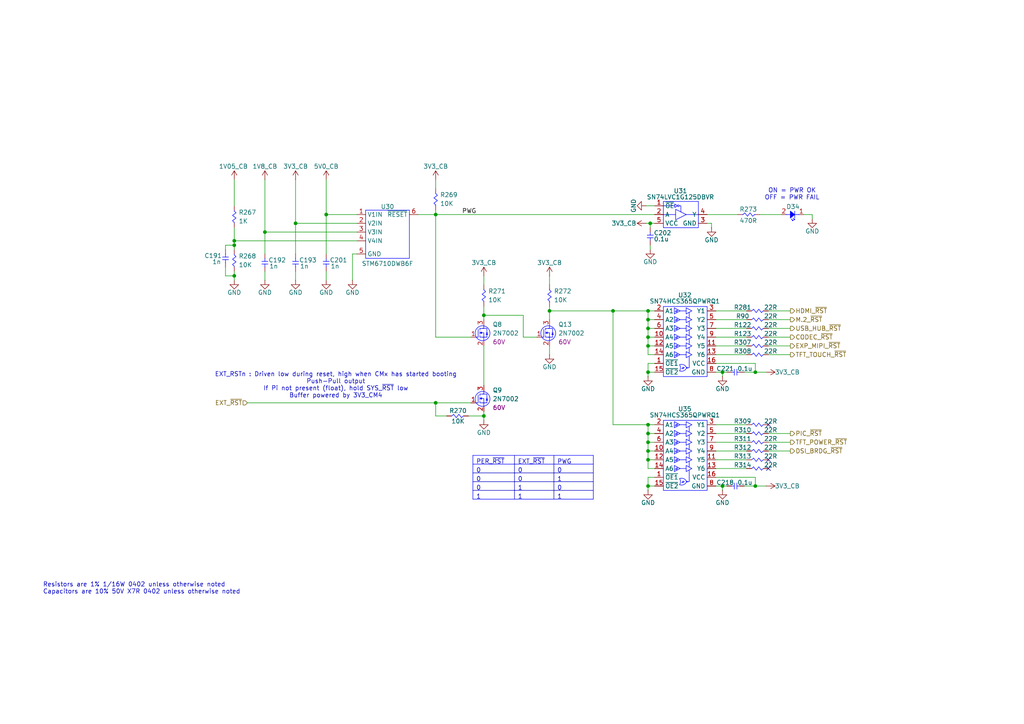
<source format=kicad_sch>
(kicad_sch (version 20250114) (generator "eeschema") (generator_version "9.0")
  (paper "A4")
  (title_block (title "RPI CMx Carrier") (date "2026-01-22") (rev "2.00-0A") (comment 1 "Jean-Francois Bilodeau") (comment 2 "P.Eng #6022173") (comment 3 "203-1690 Rue des quatre-saisons") (comment 4 "Sherbrooke, Canada, J1E0N2") (comment 5 "KiCad Rev 9.0") (comment 6 "Jean-Francois Bilodeau") (comment 7 "Not applicable") (comment 8 "Preliminary") (comment 9 "RPI_CMx_Carrier_2.00-0A_BOM"))
  (text "ON = PWR OK\nOFF = PWR FAIL" (at 229.743 56.388 0) (effects (font (size 1.27 1.27))))
  (text "EXT_RSTn : Driven low during reset, high when CMx has started booting\nPush-Pull output\nIf Pi not present (float), hold SYS_~{RST} low\nBuffer powered by 3V3_CM4" (at 97.409 111.76 0) (effects (font (size 1.27 1.27))))
  (text "Resistors are 1% 1/16W 0402 unless otherwise noted\nCapacitors are 10% 50V X7R 0402 unless otherwise noted" (at 12.446 170.688 0) (effects (font (size 1.27 1.27)) (justify left)))
  (junction (at 187.96 92.71))
  (junction (at 177.8 90.17))
  (junction (at 159.385 90.17))
  (junction (at 187.96 100.33))
  (junction (at 188.595 64.77))
  (junction (at 67.945 69.85))
  (junction (at 187.96 90.17))
  (junction (at 76.835 67.31))
  (junction (at 187.96 128.27))
  (junction (at 187.96 130.81))
  (junction (at 67.945 71.12))
  (junction (at 187.96 140.97))
  (junction (at 209.55 107.95))
  (junction (at 85.725 64.77))
  (junction (at 126.365 116.84))
  (junction (at 67.945 80.01))
  (junction (at 219.075 140.97))
  (junction (at 140.335 91.44))
  (junction (at 209.55 140.97))
  (junction (at 187.96 107.95))
  (junction (at 187.96 133.35))
  (junction (at 187.96 95.25))
  (junction (at 219.075 107.95))
  (junction (at 187.96 123.19))
  (junction (at 94.615 62.23))
  (junction (at 126.365 62.23))
  (junction (at 187.96 97.79))
  (junction (at 187.96 125.73))
  (junction (at 140.335 120.65))
  (no_connect (at 222.885 133.35))
  (no_connect (at 222.885 135.89))
  (no_connect (at 222.885 123.19))
  (wire (pts (xy 187.96 100.33) (xy 189.865 100.33)))
  (wire (pts (xy 222.885 130.81) (xy 229.235 130.81)))
  (wire (pts (xy 126.365 97.79) (xy 136.525 97.79)))
  (wire (pts (xy 159.385 88.9) (xy 159.385 90.17)))
  (wire (pts (xy 207.645 102.87) (xy 216.535 102.87)))
  (wire (pts (xy 136.525 116.84) (xy 126.365 116.84)))
  (wire (pts (xy 71.755 116.84) (xy 126.365 116.84)))
  (wire (pts (xy 187.96 123.19) (xy 187.96 125.73)))
  (wire (pts (xy 188.595 71.12) (xy 188.595 72.39)))
  (wire (pts (xy 67.945 52.07) (xy 67.945 59.69)))
  (wire (pts (xy 76.835 67.31) (xy 103.505 67.31)))
  (wire (pts (xy 187.96 97.79) (xy 187.96 100.33)))
  (wire (pts (xy 187.96 128.27) (xy 189.865 128.27)))
  (wire (pts (xy 222.885 97.79) (xy 229.235 97.79)))
  (wire (pts (xy 159.385 100.33) (xy 159.385 102.87)))
  (wire (pts (xy 94.615 62.23) (xy 94.615 73.66)))
  (wire (pts (xy 85.725 64.77) (xy 103.505 64.77)))
  (wire (pts (xy 67.945 66.04) (xy 67.945 69.85)))
  (wire (pts (xy 207.645 125.73) (xy 216.535 125.73)))
  (wire (pts (xy 126.365 62.23) (xy 126.365 60.96)))
  (wire (pts (xy 207.645 130.81) (xy 216.535 130.81)))
  (wire (pts (xy 187.96 140.97) (xy 189.865 140.97)))
  (wire (pts (xy 187.96 135.89) (xy 189.865 135.89)))
  (wire (pts (xy 187.96 92.71) (xy 187.96 95.25)))
  (wire (pts (xy 126.365 52.07) (xy 126.365 54.61)))
  (wire (pts (xy 177.8 123.19) (xy 187.96 123.19)))
  (wire (pts (xy 187.96 92.71) (xy 189.865 92.71)))
  (wire (pts (xy 188.595 64.77) (xy 188.595 66.04)))
  (wire (pts (xy 220.345 62.23) (xy 226.695 62.23)))
  (wire (pts (xy 126.365 120.65) (xy 129.54 120.65)))
  (wire (pts (xy 140.335 119.38) (xy 140.335 120.65)))
  (wire (pts (xy 207.645 138.43) (xy 219.075 138.43)))
  (wire (pts (xy 65.405 80.01) (xy 67.945 80.01)))
  (wire (pts (xy 187.96 107.95) (xy 187.96 109.22)))
  (wire (pts (xy 65.405 72.39) (xy 65.405 71.12)))
  (wire (pts (xy 140.335 100.33) (xy 140.335 111.76)))
  (wire (pts (xy 187.325 59.69) (xy 189.865 59.69)))
  (wire (pts (xy 121.285 62.23) (xy 126.365 62.23)))
  (wire (pts (xy 187.96 107.95) (xy 189.865 107.95)))
  (wire (pts (xy 207.645 97.79) (xy 216.535 97.79)))
  (wire (pts (xy 140.335 91.44) (xy 151.765 91.44)))
  (wire (pts (xy 159.385 80.01) (xy 159.385 82.55)))
  (wire (pts (xy 67.945 69.85) (xy 67.945 71.12)))
  (wire (pts (xy 67.945 80.01) (xy 67.945 81.28)))
  (wire (pts (xy 207.645 128.27) (xy 216.535 128.27)))
  (wire (pts (xy 76.835 67.31) (xy 76.835 73.66)))
  (wire (pts (xy 76.835 78.74) (xy 76.835 81.28)))
  (wire (pts (xy 67.945 69.85) (xy 103.505 69.85)))
  (wire (pts (xy 207.645 135.89) (xy 216.535 135.89)))
  (wire (pts (xy 126.365 62.23) (xy 189.865 62.23)))
  (wire (pts (xy 67.945 78.74) (xy 67.945 80.01)))
  (wire (pts (xy 215.9 140.97) (xy 219.075 140.97)))
  (wire (pts (xy 219.075 138.43) (xy 219.075 140.97)))
  (wire (pts (xy 187.96 123.19) (xy 189.865 123.19)))
  (wire (pts (xy 67.945 71.12) (xy 67.945 72.39)))
  (wire (pts (xy 187.96 138.43) (xy 187.96 140.97)))
  (wire (pts (xy 76.835 52.07) (xy 76.835 67.31)))
  (wire (pts (xy 140.335 80.01) (xy 140.335 82.55)))
  (wire (pts (xy 207.645 105.41) (xy 219.075 105.41)))
  (wire (pts (xy 187.96 140.97) (xy 187.96 142.24)))
  (wire (pts (xy 187.96 90.17) (xy 189.865 90.17)))
  (wire (pts (xy 94.615 78.74) (xy 94.615 81.28)))
  (wire (pts (xy 187.96 128.27) (xy 187.96 130.81)))
  (wire (pts (xy 187.325 64.77) (xy 188.595 64.77)))
  (wire (pts (xy 102.235 73.66) (xy 102.235 81.28)))
  (wire (pts (xy 103.505 73.66) (xy 102.235 73.66)))
  (wire (pts (xy 126.365 116.84) (xy 126.365 120.65)))
  (wire (pts (xy 222.885 95.25) (xy 229.235 95.25)))
  (wire (pts (xy 187.96 100.33) (xy 187.96 102.87)))
  (wire (pts (xy 206.375 64.77) (xy 206.375 66.04)))
  (wire (pts (xy 207.645 100.33) (xy 216.535 100.33)))
  (wire (pts (xy 187.96 95.25) (xy 187.96 97.79)))
  (wire (pts (xy 209.55 140.97) (xy 209.55 142.24)))
  (wire (pts (xy 103.505 62.23) (xy 94.615 62.23)))
  (wire (pts (xy 222.885 100.33) (xy 229.235 100.33)))
  (wire (pts (xy 205.105 64.77) (xy 206.375 64.77)))
  (wire (pts (xy 65.405 71.12) (xy 67.945 71.12)))
  (wire (pts (xy 187.96 125.73) (xy 187.96 128.27)))
  (wire (pts (xy 222.885 92.71) (xy 229.235 92.71)))
  (wire (pts (xy 187.96 95.25) (xy 189.865 95.25)))
  (wire (pts (xy 126.365 62.23) (xy 126.365 97.79)))
  (wire (pts (xy 140.335 88.9) (xy 140.335 91.44)))
  (wire (pts (xy 159.385 90.17) (xy 159.385 92.71)))
  (wire (pts (xy 187.96 130.81) (xy 189.865 130.81)))
  (wire (pts (xy 207.645 123.19) (xy 216.535 123.19)))
  (wire (pts (xy 207.645 92.71) (xy 216.535 92.71)))
  (wire (pts (xy 187.96 125.73) (xy 189.865 125.73)))
  (wire (pts (xy 215.9 107.95) (xy 219.075 107.95)))
  (wire (pts (xy 187.96 97.79) (xy 189.865 97.79)))
  (wire (pts (xy 187.96 133.35) (xy 189.865 133.35)))
  (wire (pts (xy 187.96 105.41) (xy 187.96 107.95)))
  (wire (pts (xy 159.385 90.17) (xy 177.8 90.17)))
  (wire (pts (xy 187.96 102.87) (xy 189.865 102.87)))
  (wire (pts (xy 177.8 90.17) (xy 187.96 90.17)))
  (wire (pts (xy 94.615 52.07) (xy 94.615 62.23)))
  (wire (pts (xy 209.55 140.97) (xy 207.645 140.97)))
  (wire (pts (xy 187.96 90.17) (xy 187.96 92.71)))
  (wire (pts (xy 222.885 128.27) (xy 229.235 128.27)))
  (wire (pts (xy 219.075 105.41) (xy 219.075 107.95)))
  (wire (pts (xy 235.585 62.23) (xy 235.585 63.5)))
  (wire (pts (xy 209.55 107.95) (xy 207.645 107.95)))
  (wire (pts (xy 222.885 90.17) (xy 229.235 90.17)))
  (wire (pts (xy 151.765 97.79) (xy 151.765 91.44)))
  (wire (pts (xy 187.96 133.35) (xy 187.96 135.89)))
  (wire (pts (xy 207.645 133.35) (xy 216.535 133.35)))
  (wire (pts (xy 222.885 125.73) (xy 229.235 125.73)))
  (wire (pts (xy 233.045 62.23) (xy 235.585 62.23)))
  (wire (pts (xy 207.645 90.17) (xy 216.535 90.17)))
  (wire (pts (xy 209.55 107.95) (xy 210.82 107.95)))
  (wire (pts (xy 219.075 140.97) (xy 222.25 140.97)))
  (wire (pts (xy 140.335 91.44) (xy 140.335 92.71)))
  (wire (pts (xy 155.575 97.79) (xy 151.765 97.79)))
  (wire (pts (xy 85.725 64.77) (xy 85.725 73.66)))
  (wire (pts (xy 135.89 120.65) (xy 140.335 120.65)))
  (wire (pts (xy 65.405 77.47) (xy 65.405 80.01)))
  (wire (pts (xy 177.8 90.17) (xy 177.8 123.19)))
  (wire (pts (xy 187.96 138.43) (xy 189.865 138.43)))
  (wire (pts (xy 207.645 95.25) (xy 216.535 95.25)))
  (wire (pts (xy 140.335 120.65) (xy 140.335 121.92)))
  (wire (pts (xy 187.96 105.41) (xy 189.865 105.41)))
  (wire (pts (xy 205.105 62.23) (xy 213.995 62.23)))
  (wire (pts (xy 219.075 107.95) (xy 222.25 107.95)))
  (wire (pts (xy 85.725 78.74) (xy 85.725 81.28)))
  (wire (pts (xy 209.55 140.97) (xy 210.82 140.97)))
  (wire (pts (xy 209.55 107.95) (xy 209.55 109.22)))
  (wire (pts (xy 222.885 102.87) (xy 229.235 102.87)))
  (wire (pts (xy 187.96 130.81) (xy 187.96 133.35)))
  (wire (pts (xy 85.725 52.07) (xy 85.725 64.77)))
  (wire (pts (xy 188.595 64.77) (xy 189.865 64.77)))
  (table (column_count 3) (border (external yes) (header yes) (stroke (width 0) (color 0 0 255 1))) (separators (rows yes) (cols yes)) (column_widths 12.065 11.43 11.43) (row_heights 2.54 2.54 2.54 2.54 2.54) (cells (table_cell "PER_~{RST}" (at 137.16 132.08 0) (size 12.065 2.54) (margins 0.9525 0.9525 0.9525 0.9525) (span 1 1)) (table_cell "EXT_~{RST}" (at 149.225 132.08 0) (size 11.43 2.54) (margins 0.9525 0.9525 0.9525 0.9525) (span 1 1)) (table_cell "PWG" (at 160.655 132.08 0) (size 11.43 2.54) (margins 0.9525 0.9525 0.9525 0.9525) (span 1 1)) (table_cell "0" (at 137.16 134.62 0) (size 12.065 2.54) (margins 0.9525 0.9525 0.9525 0.9525) (span 1 1)) (table_cell "0" (at 149.225 134.62 0) (size 11.43 2.54) (margins 0.9525 0.9525 0.9525 0.9525) (span 1 1)) (table_cell "0" (at 160.655 134.62 0) (size 11.43 2.54) (margins 0.9525 0.9525 0.9525 0.9525) (span 1 1)) (table_cell "0" (at 137.16 137.16 0) (size 12.065 2.54) (margins 0.9525 0.9525 0.9525 0.9525) (span 1 1)) (table_cell "0" (at 149.225 137.16 0) (size 11.43 2.54) (margins 0.9525 0.9525 0.9525 0.9525) (span 1 1)) (table_cell "1" (at 160.655 137.16 0) (size 11.43 2.54) (margins 0.9525 0.9525 0.9525 0.9525) (span 1 1)) (table_cell "0" (at 137.16 139.7 0) (size 12.065 2.54) (margins 0.9525 0.9525 0.9525 0.9525) (span 1 1)) (table_cell "1" (at 149.225 139.7 0) (size 11.43 2.54) (margins 0.9525 0.9525 0.9525 0.9525) (span 1 1)) (table_cell "0" (at 160.655 139.7 0) (size 11.43 2.54) (margins 0.9525 0.9525 0.9525 0.9525) (span 1 1)) (table_cell "1" (at 137.16 142.24 0) (size 12.065 2.54) (margins 0.9525 0.9525 0.9525 0.9525) (span 1 1)) (table_cell "1" (at 149.225 142.24 0) (size 11.43 2.54) (margins 0.9525 0.9525 0.9525 0.9525) (span 1 1)) (table_cell "1" (at 160.655 142.24 0) (size 11.43 2.54) (margins 0.9525 0.9525 0.9525 0.9525) (span 1 1))))
  (label "PWG" (at 133.985 62.23 0))
  (hierarchical_label "CODEC_~{RST}" (shape output) (at 229.235 97.79 0))
  (hierarchical_label "PIC_~{RST}" (shape output) (at 229.235 125.73 0))
  (hierarchical_label "DSI_BRDG_~{RST}" (shape output) (at 229.235 130.81 0))
  (hierarchical_label "M.2_~{RST}" (shape output) (at 229.235 92.71 0))
  (hierarchical_label "TFT_POWER_~{RST}" (shape output) (at 229.235 128.27 0))
  (hierarchical_label "EXP_MIPI_~{RST}" (shape output) (at 229.235 100.33 0))
  (hierarchical_label "HDMI_~{RST}" (shape output) (at 229.235 90.17 0))
  (hierarchical_label "EXT_~{RST}" (shape input) (at 71.755 116.84 180))
  (hierarchical_label "TFT_TOUCH_~{RST}" (shape output) (at 229.235 102.87 0))
  (hierarchical_label "USB_HUB_~{RST}" (shape output) (at 229.235 95.25 0))
  (symbol (lib_id "KiCad_Pwr_Symbols:GND") (at 206.375 66.04 0) (unit 1)
    (property "Reference" "#PWR0329" (effects (hide yes)))
    (property "Value" "GND" (at 206.375 69.596 0))
    (property "Description" "Power symbol creates a global label with name \"GND\" , ground" (effects (hide yes)))
  )
  (symbol (lib_id "KicadCompDb:Mosfet/MOSFET_00001") (at 155.575 97.79 0) (unit 1)
    (property "Reference" "Q13" (at 161.925 94.1069 0) (effects (justify left)))
    (property "Value" "2N7002" (at 161.925 96.6469 0) (effects (justify left)))
    (property "Footprint" "footprint:SOT-23-3" (effects (hide yes)))
    (property "Datasheet" "https://www.diodes.com/assets/Datasheets/ds11303.pdf" (effects (hide yes)))
    (property "Description" "MOSFET N-CH 60V 115MA SOT23-3" (effects (hide yes)))
    (property "VDS" "60V" (at 161.925 99.1869 0) (effects (justify left)))
    (property "Package" "SOT-23-3" (effects (hide yes)))
    (property "Type" "NFET" (effects (hide yes)))
    (property "I(drain)" "0.115A" (effects (hide yes)))
    (property "VGS(th)" "2.5V" (effects (hide yes)))
    (property "RDS(on)" "7.5Ohm" (effects (hide yes)))
    (property "Power" "0.37W" (effects (hide yes)))
    (property "Operating Temperature" "-55°C ~ 150°C" (effects (hide yes)))
    (property "Dimensions" "2.90mm x 2.40mm" (effects (hide yes)))
    (property "Manufacturer" "Diodes Incorporated" (effects (hide yes)))
    (property "Manufacturer Part Number" "2N7002-7-F" (effects (hide yes)))
    (property "Distributor" "DigiKey" (effects (hide yes)))
    (property "Distributor Part Number" "2N7002-FDICT-ND" (effects (hide yes)))
  )
  (symbol (lib_id "KicadCompDb:Logic/LOGIC_00006") (at 192.405 88.9 0) (unit 1)
    (property "Reference" "U32" (at 198.628 85.598 0))
    (property "Value" "SN74HCS365QPWRQ1" (at 198.628 87.376 0))
    (property "Footprint" "footprint:TSSOP-16-5.8mm" (effects (hide yes)))
    (property "Datasheet" "https://www.ti.com/lit/ds/symlink/sn74hcs365.pdf" (effects (hide yes)))
    (property "Description" "IC BUFFER NON-INVERT 6V 16-TSSOP" (effects (hide yes)))
    (property "Type" "NON INV BUF" (effects (hide yes)))
    (property "Series" "74HCS" (effects (hide yes)))
    (property "Output Type" "TRI-STATE" (effects (hide yes)))
    (property "Elements" "6" (effects (hide yes)))
    (property "Package" "TSSOP16" (effects (hide yes)))
    (property "Output Current" "7.8mA" (effects (hide yes)))
    (property "Supply Voltage" "2.0V ~ 6.0V" (effects (hide yes)))
    (property "Operating Temperature" "-40°C ~ 125°C" (effects (hide yes)))
    (property "Dimensions" "6.4mm x 5.0mm" (effects (hide yes)))
    (property "Manufacturer" "Texas Instruments" (effects (hide yes)))
    (property "Manufacturer Part Number" "SN74HCS365QPWRQ1" (effects (hide yes)))
    (property "Distributor" "DigiKey" (effects (hide yes)))
    (property "Distributor Part Number" "296-SN74HCS365QPWRQ1CT-ND" (effects (hide yes)))
  )
  (symbol (lib_id "KicadCompDb:Resistors/RES_SMT_00013") (at 159.385 87.63 90) (unit 1)
    (property "Reference" "R272" (at 160.655 84.4549 90) (effects (justify right)))
    (property "Value" "10K" (at 160.655 86.9949 90) (effects (justify right)))
    (property "Footprint" "footprint:RES_0402" (effects (hide yes)))
    (property "Datasheet" "https://www.yageogroup.com/content/datasheet/asset/file/PYU-RC_GROUP_51_ROHS_L" (effects (hide yes)))
    (property "Description" "RES 10K OHM 1% 1/16W 0402" (effects (hide yes)))
    (property "Tolerance" "1%" (effects (hide yes)))
    (property "Power" "1/16W" (effects (hide yes)))
    (property "Package" "0402" (effects (hide yes)))
    (property "Manufacturer" "YAGEO" (effects (hide yes)))
    (property "Manufacturer Part Number" "RC0402FR-0710KL" (effects (hide yes)))
    (property "Distributor" "DigiKey" (effects (hide yes)))
    (property "Distributor Part Number" "311-10.0KLRCT-ND" (effects (hide yes)))
    (property "Temperature Coefficient" "±100ppm/°C" (effects (hide yes)))
    (property "Operating Temperature" "-55°C ~ 155°C" (effects (hide yes)))
    (property "Type" "RES SMT" (effects (hide yes)))
    (property "Dimensions" "1.00mm x 0.50mm" (effects (hide yes)))
  )
  (symbol (lib_id "KiCad_Pwr_Symbols:+1V8") (at 140.335 80.01 0) (unit 1)
    (property "Reference" "#PWR0319" (effects (hide yes)))
    (property "Value" "3V3_CB" (at 140.335 76.2 0))
    (property "Description" "Power symbol creates a global label with name \"+1V8\"" (effects (hide yes)))
  )
  (symbol (lib_id "KicadCompDb:Resistors/RES_SMT_00015") (at 217.805 123.19 0) (unit 1)
    (property "Reference" "R309" (at 215.392 122.174 0))
    (property "Value" "22R" (at 223.52 122.174 0))
    (property "Footprint" "footprint:RES_0402" (effects (hide yes)))
    (property "Datasheet" "https://www.yageogroup.com/content/datasheet/asset/file/PYU-RC_GROUP_51_ROHS_L" (effects (hide yes)))
    (property "Description" "RES 22 OHM 1% 1/16W 0402" (effects (hide yes)))
    (property "Tolerance" "1%" (effects (hide yes)))
    (property "Power" "1/16W" (effects (hide yes)))
    (property "Package" "0402" (effects (hide yes)))
    (property "Manufacturer" "YAGEO" (effects (hide yes)))
    (property "Manufacturer Part Number" "RC0402FR-0722RL" (effects (hide yes)))
    (property "Distributor" "DigiKey" (effects (hide yes)))
    (property "Distributor Part Number" "311-22.0LRCT-ND" (effects (hide yes)))
    (property "Temperature Coefficient" "±100ppm/°C" (effects (hide yes)))
    (property "Operating Temperature" "-55°C ~ 155°C" (effects (hide yes)))
    (property "Type" "RES SMT" (effects (hide yes)))
    (property "Dimensions" "1.00mm x 0.50mm" (effects (hide yes)))
  )
  (symbol (lib_id "KicadCompDb:Capacitors/CAP_CER_SMT_00005") (at 76.835 78.74 90) (unit 1)
    (property "Reference" "C192" (at 77.851 75.438 90) (effects (justify right)))
    (property "Value" "1n" (at 78.105 77.216 90) (effects (justify right)))
    (property "Footprint" "footprint:CAP_NONPOL_0402" (effects (hide yes)))
    (property "Datasheet" "https://search.murata.co.jp/Ceramy/image/img/A01X/G101/ENG/GRM1555C1H102JA01-01.pdf" (effects (hide yes)))
    (property "Description" "CAP CER 1000PF 50V C0G/NP0 0402" (effects (hide yes)))
    (property "Tolerance" "±5%" (effects (hide yes)))
    (property "Dielectric" "C0G" (effects (hide yes)))
    (property "Package" "0402" (effects (hide yes)))
    (property "Operating Temperature" "-55°C ~ 125°C" (effects (hide yes)))
    (property "Voltage Rating" "50V" (effects (hide yes)))
    (property "Manufacturer" "Murata Electronics" (effects (hide yes)))
    (property "Manufacturer Part Number" "GRM1555C1H102JA01D" (effects (hide yes)))
    (property "Distributor" "DigiKey" (effects (hide yes)))
    (property "Distributor Part Number" "490-3244-1-ND" (effects (hide yes)))
    (property "Type" "CER SMT" (effects (hide yes)))
    (property "Dimensions" "1.00mm x 0.50mm" (effects (hide yes)))
  )
  (symbol (lib_id "KicadCompDb:Logic/LOGIC_00001") (at 192.405 58.42 0) (unit 1)
    (property "Reference" "U31" (at 197.358 55.372 0))
    (property "Value" "SN74LVC1G125DBVR" (at 197.358 57.15 0))
    (property "Footprint" "footprint:SOT-23-5" (effects (hide yes)))
    (property "Datasheet" "https://www.ti.com/general/docs/suppproductinfo.tsp?distId=10&gotoUrl=https%3A%2F%2Fwww.ti.com%2Flit%2Fgpn%2Fsn74lvc1g125" (effects (hide yes)))
    (property "Description" "IC BUFF NON-INVERT 5.5V SOT-23-5" (effects (hide yes)))
    (property "Type" "NON INV BUF" (effects (hide yes)))
    (property "Series" "74LVC" (effects (hide yes)))
    (property "Output Type" "TRI-STATE" (effects (hide yes)))
    (property "Elements" "1" (effects (hide yes)))
    (property "Package" "SOT-23-5" (effects (hide yes)))
    (property "Output Current" "32mA" (effects (hide yes)))
    (property "Supply Voltage" "1.65V ~ 5.5V" (effects (hide yes)))
    (property "Operating Temperature" "-40°C ~ 125°C" (effects (hide yes)))
    (property "Dimensions" "2.90mm x 2.80mm" (effects (hide yes)))
    (property "Manufacturer" "Texas Instruments" (effects (hide yes)))
    (property "Manufacturer Part Number" "SN74LVC1G125DBVR" (effects (hide yes)))
    (property "Distributor" "DigiKey" (effects (hide yes)))
    (property "Distributor Part Number" "296-11603-1-ND" (effects (hide yes)))
  )
  (symbol (lib_id "KicadCompDb:Resistors/RES_SMT_00004") (at 67.945 64.77 90) (unit 1)
    (property "Reference" "R267" (at 69.215 61.5949 90) (effects (justify right)))
    (property "Value" "1K" (at 69.215 64.1349 90) (effects (justify right)))
    (property "Footprint" "footprint:RES_0402" (effects (hide yes)))
    (property "Datasheet" "https://www.yageogroup.com/content/datasheet/asset/file/PYU-RC_GROUP_51_ROHS_L" (effects (hide yes)))
    (property "Description" "RES 1K OHM 1% 1/16W 0402" (effects (hide yes)))
    (property "Tolerance" "1%" (effects (hide yes)))
    (property "Power" "1/16W" (effects (hide yes)))
    (property "Package" "0402" (effects (hide yes)))
    (property "Manufacturer" "YAGEO" (effects (hide yes)))
    (property "Manufacturer Part Number" "RC0402FR-071KL" (effects (hide yes)))
    (property "Distributor" "DigiKey" (effects (hide yes)))
    (property "Distributor Part Number" "311-1.00KLRCT-ND" (effects (hide yes)))
    (property "Temperature Coefficient" "±100ppm/°C" (effects (hide yes)))
    (property "Operating Temperature" "-55°C ~ 155°C" (effects (hide yes)))
    (property "Type" "RES SMT" (effects (hide yes)))
    (property "Dimensions" "1.00mm x 0.50mm" (effects (hide yes)))
  )
  (symbol (lib_id "KiCad_Pwr_Symbols:+1V8") (at 222.25 107.95 270) (mirror x) (unit 1)
    (property "Reference" "#PWR0326" (effects (hide yes)))
    (property "Value" "3V3_CB" (at 228.346 107.95 90))
    (property "Description" "Power symbol creates a global label with name \"+1V8\"" (effects (hide yes)))
  )
  (symbol (lib_id "KiCad_Pwr_Symbols:GND") (at 209.55 109.22 0) (mirror y) (unit 1)
    (property "Reference" "#PWR0349" (effects (hide yes)))
    (property "Value" "GND" (at 209.55 112.776 0))
    (property "Description" "Power symbol creates a global label with name \"GND\" , ground" (effects (hide yes)))
  )
  (symbol (lib_id "KiCad_Pwr_Symbols:GND") (at 67.945 81.28 0) (unit 1)
    (property "Reference" "#PWR0301" (effects (hide yes)))
    (property "Value" "GND" (at 67.945 84.836 0))
    (property "Description" "Power symbol creates a global label with name \"GND\" , ground" (effects (hide yes)))
  )
  (symbol (lib_id "KicadCompDb:Resistors/RES_SMT_00015") (at 217.805 95.25 0) (unit 1)
    (property "Reference" "R122" (at 215.392 94.234 0))
    (property "Value" "22R" (at 223.52 94.234 0))
    (property "Footprint" "footprint:RES_0402" (effects (hide yes)))
    (property "Datasheet" "https://www.yageogroup.com/content/datasheet/asset/file/PYU-RC_GROUP_51_ROHS_L" (effects (hide yes)))
    (property "Description" "RES 22 OHM 1% 1/16W 0402" (effects (hide yes)))
    (property "Tolerance" "1%" (effects (hide yes)))
    (property "Power" "1/16W" (effects (hide yes)))
    (property "Package" "0402" (effects (hide yes)))
    (property "Manufacturer" "YAGEO" (effects (hide yes)))
    (property "Manufacturer Part Number" "RC0402FR-0722RL" (effects (hide yes)))
    (property "Distributor" "DigiKey" (effects (hide yes)))
    (property "Distributor Part Number" "311-22.0LRCT-ND" (effects (hide yes)))
    (property "Temperature Coefficient" "±100ppm/°C" (effects (hide yes)))
    (property "Operating Temperature" "-55°C ~ 155°C" (effects (hide yes)))
    (property "Type" "RES SMT" (effects (hide yes)))
    (property "Dimensions" "1.00mm x 0.50mm" (effects (hide yes)))
  )
  (symbol (lib_id "KicadCompDb:Resistors/RES_SMT_00015") (at 217.805 92.71 0) (unit 1)
    (property "Reference" "R90" (at 215.392 91.694 0))
    (property "Value" "22R" (at 223.52 91.694 0))
    (property "Footprint" "footprint:RES_0402" (effects (hide yes)))
    (property "Datasheet" "https://www.yageogroup.com/content/datasheet/asset/file/PYU-RC_GROUP_51_ROHS_L" (effects (hide yes)))
    (property "Description" "RES 22 OHM 1% 1/16W 0402" (effects (hide yes)))
    (property "Tolerance" "1%" (effects (hide yes)))
    (property "Power" "1/16W" (effects (hide yes)))
    (property "Package" "0402" (effects (hide yes)))
    (property "Manufacturer" "YAGEO" (effects (hide yes)))
    (property "Manufacturer Part Number" "RC0402FR-0722RL" (effects (hide yes)))
    (property "Distributor" "DigiKey" (effects (hide yes)))
    (property "Distributor Part Number" "311-22.0LRCT-ND" (effects (hide yes)))
    (property "Temperature Coefficient" "±100ppm/°C" (effects (hide yes)))
    (property "Operating Temperature" "-55°C ~ 155°C" (effects (hide yes)))
    (property "Type" "RES SMT" (effects (hide yes)))
    (property "Dimensions" "1.00mm x 0.50mm" (effects (hide yes)))
  )
  (symbol (lib_id "KicadCompDb:Resistors/RES_SMT_00015") (at 217.805 102.87 0) (unit 1)
    (property "Reference" "R308" (at 215.392 101.854 0))
    (property "Value" "22R" (at 223.52 101.854 0))
    (property "Footprint" "footprint:RES_0402" (effects (hide yes)))
    (property "Datasheet" "https://www.yageogroup.com/content/datasheet/asset/file/PYU-RC_GROUP_51_ROHS_L" (effects (hide yes)))
    (property "Description" "RES 22 OHM 1% 1/16W 0402" (effects (hide yes)))
    (property "Tolerance" "1%" (effects (hide yes)))
    (property "Power" "1/16W" (effects (hide yes)))
    (property "Package" "0402" (effects (hide yes)))
    (property "Manufacturer" "YAGEO" (effects (hide yes)))
    (property "Manufacturer Part Number" "RC0402FR-0722RL" (effects (hide yes)))
    (property "Distributor" "DigiKey" (effects (hide yes)))
    (property "Distributor Part Number" "311-22.0LRCT-ND" (effects (hide yes)))
    (property "Temperature Coefficient" "±100ppm/°C" (effects (hide yes)))
    (property "Operating Temperature" "-55°C ~ 155°C" (effects (hide yes)))
    (property "Type" "RES SMT" (effects (hide yes)))
    (property "Dimensions" "1.00mm x 0.50mm" (effects (hide yes)))
  )
  (symbol (lib_id "KicadCompDb:Capacitors/CAP_CER_SMT_00001") (at 215.9 107.95 180) (unit 1)
    (property "Reference" "C221" (at 207.772 106.934 0) (effects (justify right)))
    (property "Value" "0.1u" (at 213.868 106.934 0) (effects (justify right)))
    (property "Footprint" "footprint:CAP_NONPOL_0402" (effects (hide yes)))
    (property "Datasheet" "https://search.murata.co.jp/Ceramy/image/img/A01X/G101/ENG/GRM155R71H104KE14-01.pdf" (effects (hide yes)))
    (property "Description" "CAP CER 0.1UF 50V X7R 0402" (effects (hide yes)))
    (property "Tolerance" "±10%" (effects (hide yes)))
    (property "Dielectric" "X7R" (effects (hide yes)))
    (property "Package" "0402" (effects (hide yes)))
    (property "Operating Temperature" "-55°C ~ 125°C" (effects (hide yes)))
    (property "Voltage Rating" "50V" (effects (hide yes)))
    (property "Manufacturer" "Murata Electronics" (effects (hide yes)))
    (property "Manufacturer Part Number" "GRM155R71H104KE14D" (effects (hide yes)))
    (property "Distributor" "DigiKey" (effects (hide yes)))
    (property "Distributor Part Number" "490-10700-1-ND" (effects (hide yes)))
    (property "Type" "CER SMT" (effects (hide yes)))
    (property "Dimensions" "1.00mm x 0.50mm" (effects (hide yes)))
  )
  (symbol (lib_id "KicadCompDb:Mosfet/MOSFET_00001") (at 136.525 97.79 0) (unit 1)
    (property "Reference" "Q8" (at 142.875 94.1069 0) (effects (justify left)))
    (property "Value" "2N7002" (at 142.875 96.6469 0) (effects (justify left)))
    (property "Footprint" "footprint:SOT-23-3" (effects (hide yes)))
    (property "Datasheet" "https://www.diodes.com/assets/Datasheets/ds11303.pdf" (effects (hide yes)))
    (property "Description" "MOSFET N-CH 60V 115MA SOT23-3" (effects (hide yes)))
    (property "VDS" "60V" (at 142.875 99.1869 0) (effects (justify left)))
    (property "Package" "SOT-23-3" (effects (hide yes)))
    (property "Type" "NFET" (effects (hide yes)))
    (property "I(drain)" "0.115A" (effects (hide yes)))
    (property "VGS(th)" "2.5V" (effects (hide yes)))
    (property "RDS(on)" "7.5Ohm" (effects (hide yes)))
    (property "Power" "0.37W" (effects (hide yes)))
    (property "Operating Temperature" "-55°C ~ 150°C" (effects (hide yes)))
    (property "Dimensions" "2.90mm x 2.40mm" (effects (hide yes)))
    (property "Manufacturer" "Diodes Incorporated" (effects (hide yes)))
    (property "Manufacturer Part Number" "2N7002-7-F" (effects (hide yes)))
    (property "Distributor" "DigiKey" (effects (hide yes)))
    (property "Distributor Part Number" "2N7002-FDICT-ND" (effects (hide yes)))
  )
  (symbol (lib_id "KiCad_Pwr_Symbols:+1V8") (at 76.835 52.07 0) (unit 1)
    (property "Reference" "#PWR0302" (effects (hide yes)))
    (property "Value" "1V8_CB" (at 76.835 48.26 0))
    (property "Description" "Power symbol creates a global label with name \"+1V8\"" (effects (hide yes)))
  )
  (symbol (lib_id "KiCad_Pwr_Symbols:GND") (at 187.96 142.24 0) (unit 1)
    (property "Reference" "#PWR0328" (effects (hide yes)))
    (property "Value" "GND" (at 187.96 145.796 0))
    (property "Description" "Power symbol creates a global label with name \"GND\" , ground" (effects (hide yes)))
  )
  (symbol (lib_id "KiCad_Pwr_Symbols:GND") (at 102.235 81.28 0) (unit 1)
    (property "Reference" "#PWR0317" (effects (hide yes)))
    (property "Value" "GND" (at 102.235 84.836 0))
    (property "Description" "Power symbol creates a global label with name \"GND\" , ground" (effects (hide yes)))
  )
  (symbol (lib_id "KicadCompDb:Capacitors/CAP_CER_SMT_00005") (at 94.615 78.74 90) (unit 1)
    (property "Reference" "C201" (at 95.631 75.438 90) (effects (justify right)))
    (property "Value" "1n" (at 95.885 77.216 90) (effects (justify right)))
    (property "Footprint" "footprint:CAP_NONPOL_0402" (effects (hide yes)))
    (property "Datasheet" "https://search.murata.co.jp/Ceramy/image/img/A01X/G101/ENG/GRM1555C1H102JA01-01.pdf" (effects (hide yes)))
    (property "Description" "CAP CER 1000PF 50V C0G/NP0 0402" (effects (hide yes)))
    (property "Tolerance" "±5%" (effects (hide yes)))
    (property "Dielectric" "C0G" (effects (hide yes)))
    (property "Package" "0402" (effects (hide yes)))
    (property "Operating Temperature" "-55°C ~ 125°C" (effects (hide yes)))
    (property "Voltage Rating" "50V" (effects (hide yes)))
    (property "Manufacturer" "Murata Electronics" (effects (hide yes)))
    (property "Manufacturer Part Number" "GRM1555C1H102JA01D" (effects (hide yes)))
    (property "Distributor" "DigiKey" (effects (hide yes)))
    (property "Distributor Part Number" "490-3244-1-ND" (effects (hide yes)))
    (property "Type" "CER SMT" (effects (hide yes)))
    (property "Dimensions" "1.00mm x 0.50mm" (effects (hide yes)))
  )
  (symbol (lib_id "KicadCompDb:Logic/LOGIC_00006") (at 192.405 121.92 0) (unit 1)
    (property "Reference" "U35" (at 198.628 118.618 0))
    (property "Value" "SN74HCS365QPWRQ1" (at 198.628 120.396 0))
    (property "Footprint" "footprint:TSSOP-16-5.8mm" (effects (hide yes)))
    (property "Datasheet" "https://www.ti.com/lit/ds/symlink/sn74hcs365.pdf" (effects (hide yes)))
    (property "Description" "IC BUFFER NON-INVERT 6V 16-TSSOP" (effects (hide yes)))
    (property "Type" "NON INV BUF" (effects (hide yes)))
    (property "Series" "74HCS" (effects (hide yes)))
    (property "Output Type" "TRI-STATE" (effects (hide yes)))
    (property "Elements" "6" (effects (hide yes)))
    (property "Package" "TSSOP16" (effects (hide yes)))
    (property "Output Current" "7.8mA" (effects (hide yes)))
    (property "Supply Voltage" "2.0V ~ 6.0V" (effects (hide yes)))
    (property "Operating Temperature" "-40°C ~ 125°C" (effects (hide yes)))
    (property "Dimensions" "6.4mm x 5.0mm" (effects (hide yes)))
    (property "Manufacturer" "Texas Instruments" (effects (hide yes)))
    (property "Manufacturer Part Number" "SN74HCS365QPWRQ1" (effects (hide yes)))
    (property "Distributor" "DigiKey" (effects (hide yes)))
    (property "Distributor Part Number" "296-SN74HCS365QPWRQ1CT-ND" (effects (hide yes)))
  )
  (symbol (lib_id "KicadCompDb:Resistors/RES_SMT_00019") (at 215.265 62.23 0) (unit 1)
    (property "Reference" "R273" (at 217.043 60.706 0))
    (property "Value" "470R" (at 217.043 64.008 0))
    (property "Footprint" "footprint:RES_0402" (effects (hide yes)))
    (property "Datasheet" "https://www.yageogroup.com/content/datasheet/asset/file/PYU-RC_GROUP_51_ROHS_L" (effects (hide yes)))
    (property "Description" "RES 470 OHM 1% 1/16W 0402" (effects (hide yes)))
    (property "Tolerance" "1%" (effects (hide yes)))
    (property "Power" "1/16W" (effects (hide yes)))
    (property "Package" "0402" (effects (hide yes)))
    (property "Manufacturer" "YAGEO" (effects (hide yes)))
    (property "Manufacturer Part Number" "RC0402FR-07470RL" (effects (hide yes)))
    (property "Distributor" "DigiKey" (effects (hide yes)))
    (property "Distributor Part Number" "311-470LRCT-ND" (effects (hide yes)))
    (property "Temperature Coefficient" "±100ppm/°C" (effects (hide yes)))
    (property "Operating Temperature" "-55°C ~ 155°C" (effects (hide yes)))
    (property "Type" "RES SMT" (effects (hide yes)))
    (property "Dimensions" "1.00mm x 0.50mm" (effects (hide yes)))
  )
  (symbol (lib_id "KiCad_Pwr_Symbols:+1V8") (at 67.945 52.07 0) (unit 1)
    (property "Reference" "#PWR0300" (effects (hide yes)))
    (property "Value" "1V05_CB" (at 67.691 48.26 0))
    (property "Description" "Power symbol creates a global label with name \"+1V8\"" (effects (hide yes)))
  )
  (symbol (lib_id "KiCad_Pwr_Symbols:GND") (at 140.335 121.92 0) (unit 1)
    (property "Reference" "#PWR0320" (effects (hide yes)))
    (property "Value" "GND" (at 140.335 125.476 0))
    (property "Description" "Power symbol creates a global label with name \"GND\" , ground" (effects (hide yes)))
  )
  (symbol (lib_id "KicadCompDb:Resistors/RES_SMT_00013") (at 67.945 77.47 90) (unit 1)
    (property "Reference" "R268" (at 69.215 74.2949 90) (effects (justify right)))
    (property "Value" "10K" (at 69.215 76.8349 90) (effects (justify right)))
    (property "Footprint" "footprint:RES_0402" (effects (hide yes)))
    (property "Datasheet" "https://www.yageogroup.com/content/datasheet/asset/file/PYU-RC_GROUP_51_ROHS_L" (effects (hide yes)))
    (property "Description" "RES 10K OHM 1% 1/16W 0402" (effects (hide yes)))
    (property "Tolerance" "1%" (effects (hide yes)))
    (property "Power" "1/16W" (effects (hide yes)))
    (property "Package" "0402" (effects (hide yes)))
    (property "Manufacturer" "YAGEO" (effects (hide yes)))
    (property "Manufacturer Part Number" "RC0402FR-0710KL" (effects (hide yes)))
    (property "Distributor" "DigiKey" (effects (hide yes)))
    (property "Distributor Part Number" "311-10.0KLRCT-ND" (effects (hide yes)))
    (property "Temperature Coefficient" "±100ppm/°C" (effects (hide yes)))
    (property "Operating Temperature" "-55°C ~ 155°C" (effects (hide yes)))
    (property "Type" "RES SMT" (effects (hide yes)))
    (property "Dimensions" "1.00mm x 0.50mm" (effects (hide yes)))
  )
  (symbol (lib_id "KicadCompDb:Resistors/RES_SMT_00015") (at 217.805 128.27 0) (unit 1)
    (property "Reference" "R311" (at 215.392 127.254 0))
    (property "Value" "22R" (at 223.52 127.254 0))
    (property "Footprint" "footprint:RES_0402" (effects (hide yes)))
    (property "Datasheet" "https://www.yageogroup.com/content/datasheet/asset/file/PYU-RC_GROUP_51_ROHS_L" (effects (hide yes)))
    (property "Description" "RES 22 OHM 1% 1/16W 0402" (effects (hide yes)))
    (property "Tolerance" "1%" (effects (hide yes)))
    (property "Power" "1/16W" (effects (hide yes)))
    (property "Package" "0402" (effects (hide yes)))
    (property "Manufacturer" "YAGEO" (effects (hide yes)))
    (property "Manufacturer Part Number" "RC0402FR-0722RL" (effects (hide yes)))
    (property "Distributor" "DigiKey" (effects (hide yes)))
    (property "Distributor Part Number" "311-22.0LRCT-ND" (effects (hide yes)))
    (property "Temperature Coefficient" "±100ppm/°C" (effects (hide yes)))
    (property "Operating Temperature" "-55°C ~ 155°C" (effects (hide yes)))
    (property "Type" "RES SMT" (effects (hide yes)))
    (property "Dimensions" "1.00mm x 0.50mm" (effects (hide yes)))
  )
  (symbol (lib_id "KicadCompDb:Resistors/RES_SMT_00013") (at 140.335 87.63 90) (unit 1)
    (property "Reference" "R271" (at 141.605 84.4549 90) (effects (justify right)))
    (property "Value" "10K" (at 141.605 86.9949 90) (effects (justify right)))
    (property "Footprint" "footprint:RES_0402" (effects (hide yes)))
    (property "Datasheet" "https://www.yageogroup.com/content/datasheet/asset/file/PYU-RC_GROUP_51_ROHS_L" (effects (hide yes)))
    (property "Description" "RES 10K OHM 1% 1/16W 0402" (effects (hide yes)))
    (property "Tolerance" "1%" (effects (hide yes)))
    (property "Power" "1/16W" (effects (hide yes)))
    (property "Package" "0402" (effects (hide yes)))
    (property "Manufacturer" "YAGEO" (effects (hide yes)))
    (property "Manufacturer Part Number" "RC0402FR-0710KL" (effects (hide yes)))
    (property "Distributor" "DigiKey" (effects (hide yes)))
    (property "Distributor Part Number" "311-10.0KLRCT-ND" (effects (hide yes)))
    (property "Temperature Coefficient" "±100ppm/°C" (effects (hide yes)))
    (property "Operating Temperature" "-55°C ~ 155°C" (effects (hide yes)))
    (property "Type" "RES SMT" (effects (hide yes)))
    (property "Dimensions" "1.00mm x 0.50mm" (effects (hide yes)))
  )
  (symbol (lib_id "KicadCompDb:Resistors/RES_SMT_00015") (at 217.805 100.33 0) (unit 1)
    (property "Reference" "R307" (at 215.392 99.314 0))
    (property "Value" "22R" (at 223.52 99.314 0))
    (property "Footprint" "footprint:RES_0402" (effects (hide yes)))
    (property "Datasheet" "https://www.yageogroup.com/content/datasheet/asset/file/PYU-RC_GROUP_51_ROHS_L" (effects (hide yes)))
    (property "Description" "RES 22 OHM 1% 1/16W 0402" (effects (hide yes)))
    (property "Tolerance" "1%" (effects (hide yes)))
    (property "Power" "1/16W" (effects (hide yes)))
    (property "Package" "0402" (effects (hide yes)))
    (property "Manufacturer" "YAGEO" (effects (hide yes)))
    (property "Manufacturer Part Number" "RC0402FR-0722RL" (effects (hide yes)))
    (property "Distributor" "DigiKey" (effects (hide yes)))
    (property "Distributor Part Number" "311-22.0LRCT-ND" (effects (hide yes)))
    (property "Temperature Coefficient" "±100ppm/°C" (effects (hide yes)))
    (property "Operating Temperature" "-55°C ~ 155°C" (effects (hide yes)))
    (property "Type" "RES SMT" (effects (hide yes)))
    (property "Dimensions" "1.00mm x 0.50mm" (effects (hide yes)))
  )
  (symbol (lib_id "KicadCompDb:Capacitors/CAP_CER_SMT_00005") (at 65.405 77.47 270) (mirror x) (unit 1)
    (property "Reference" "C191" (at 64.389 74.168 90) (effects (justify right)))
    (property "Value" "1n" (at 64.135 75.946 90) (effects (justify right)))
    (property "Footprint" "footprint:CAP_NONPOL_0402" (effects (hide yes)))
    (property "Datasheet" "https://search.murata.co.jp/Ceramy/image/img/A01X/G101/ENG/GRM1555C1H102JA01-01.pdf" (effects (hide yes)))
    (property "Description" "CAP CER 1000PF 50V C0G/NP0 0402" (effects (hide yes)))
    (property "Tolerance" "±5%" (effects (hide yes)))
    (property "Dielectric" "C0G" (effects (hide yes)))
    (property "Package" "0402" (effects (hide yes)))
    (property "Operating Temperature" "-55°C ~ 125°C" (effects (hide yes)))
    (property "Voltage Rating" "50V" (effects (hide yes)))
    (property "Manufacturer" "Murata Electronics" (effects (hide yes)))
    (property "Manufacturer Part Number" "GRM1555C1H102JA01D" (effects (hide yes)))
    (property "Distributor" "DigiKey" (effects (hide yes)))
    (property "Distributor Part Number" "490-3244-1-ND" (effects (hide yes)))
    (property "Type" "CER SMT" (effects (hide yes)))
    (property "Dimensions" "1.00mm x 0.50mm" (effects (hide yes)))
  )
  (symbol (lib_id "KicadCompDb:Logic/LOGIC_00004") (at 106.045 60.96 0) (unit 1)
    (property "Reference" "U30" (at 112.395 59.944 0))
    (property "Value" "STM6710DWB6F" (at 112.395 76.454 0))
    (property "Footprint" "footprint:SOT-23-6" (effects (hide yes)))
    (property "Datasheet" "https://www.st.com/content/ccc/resource/technical/document/datasheet/group2/09/4f/d5/08/6c/2b/48/0a/CD00259129/files/CD00259129.pdf/jcr:content/translations/en.CD00259129.pdf" (effects (hide yes)))
    (property "Description" "IC SUPERVISOR 4 CHANNEL SOT23-6" (effects (hide yes)))
    (property "Type" "RESET SUPERVISOR" (effects (hide yes)))
    (property "Series" "STM6710" (effects (hide yes)))
    (property "Output Type" "OPEN DRAIN" (effects (hide yes)))
    (property "Elements" "1" (effects (hide yes)))
    (property "Package" "SOT-23-6" (effects (hide yes)))
    (property "Output Current" "20mA" (effects (hide yes)))
    (property "Supply Voltage" "1.20V ~ 5.5V" (effects (hide yes)))
    (property "Operating Temperature" "-40°C ~ 85°C" (effects (hide yes)))
    (property "Dimensions" "2.90mm x 2.80mm" (effects (hide yes)))
    (property "Manufacturer" "STMicroelectronics" (effects (hide yes)))
    (property "Manufacturer Part Number" "STM6710DWB6F" (effects (hide yes)))
    (property "Distributor" "DigiKey" (effects (hide yes)))
    (property "Distributor Part Number" "497-10354-1-ND" (effects (hide yes)))
  )
  (symbol (lib_id "KiCad_Pwr_Symbols:GND") (at 209.55 142.24 0) (mirror y) (unit 1)
    (property "Reference" "#PWR0350" (effects (hide yes)))
    (property "Value" "GND" (at 209.55 145.796 0))
    (property "Description" "Power symbol creates a global label with name \"GND\" , ground" (effects (hide yes)))
  )
  (symbol (lib_id "KicadCompDb:Capacitors/CAP_CER_SMT_00001") (at 188.595 71.12 90) (unit 1)
    (property "Reference" "C202" (at 189.611 67.564 90) (effects (justify right)))
    (property "Value" "0.1u" (at 189.611 69.342 90) (effects (justify right)))
    (property "Footprint" "footprint:CAP_NONPOL_0402" (effects (hide yes)))
    (property "Datasheet" "https://search.murata.co.jp/Ceramy/image/img/A01X/G101/ENG/GRM155R71H104KE14-01.pdf" (effects (hide yes)))
    (property "Description" "CAP CER 0.1UF 50V X7R 0402" (effects (hide yes)))
    (property "Tolerance" "±10%" (effects (hide yes)))
    (property "Dielectric" "X7R" (effects (hide yes)))
    (property "Package" "0402" (effects (hide yes)))
    (property "Operating Temperature" "-55°C ~ 125°C" (effects (hide yes)))
    (property "Voltage Rating" "50V" (effects (hide yes)))
    (property "Manufacturer" "Murata Electronics" (effects (hide yes)))
    (property "Manufacturer Part Number" "GRM155R71H104KE14D" (effects (hide yes)))
    (property "Distributor" "DigiKey" (effects (hide yes)))
    (property "Distributor Part Number" "490-10700-1-ND" (effects (hide yes)))
    (property "Type" "CER SMT" (effects (hide yes)))
    (property "Dimensions" "1.00mm x 0.50mm" (effects (hide yes)))
  )
  (symbol (lib_id "KiCad_Pwr_Symbols:GND") (at 159.385 102.87 0) (unit 1)
    (property "Reference" "#PWR0322" (effects (hide yes)))
    (property "Value" "GND" (at 159.385 106.426 0))
    (property "Description" "Power symbol creates a global label with name \"GND\" , ground" (effects (hide yes)))
  )
  (symbol (lib_id "KicadCompDb:Resistors/RES_SMT_00013") (at 134.62 120.65 180) (unit 1)
    (property "Reference" "R270" (at 132.842 119.126 0))
    (property "Value" "10K" (at 132.842 122.174 0))
    (property "Footprint" "footprint:RES_0402" (effects (hide yes)))
    (property "Datasheet" "https://www.yageogroup.com/content/datasheet/asset/file/PYU-RC_GROUP_51_ROHS_L" (effects (hide yes)))
    (property "Description" "RES 10K OHM 1% 1/16W 0402" (effects (hide yes)))
    (property "Tolerance" "1%" (effects (hide yes)))
    (property "Power" "1/16W" (effects (hide yes)))
    (property "Package" "0402" (effects (hide yes)))
    (property "Manufacturer" "YAGEO" (effects (hide yes)))
    (property "Manufacturer Part Number" "RC0402FR-0710KL" (effects (hide yes)))
    (property "Distributor" "DigiKey" (effects (hide yes)))
    (property "Distributor Part Number" "311-10.0KLRCT-ND" (effects (hide yes)))
    (property "Temperature Coefficient" "±100ppm/°C" (effects (hide yes)))
    (property "Operating Temperature" "-55°C ~ 155°C" (effects (hide yes)))
    (property "Type" "RES SMT" (effects (hide yes)))
    (property "Dimensions" "1.00mm x 0.50mm" (effects (hide yes)))
  )
  (symbol (lib_id "KicadCompDb:Resistors/RES_SMT_00013") (at 126.365 59.69 90) (unit 1)
    (property "Reference" "R269" (at 127.635 56.5149 90) (effects (justify right)))
    (property "Value" "10K" (at 127.635 59.0549 90) (effects (justify right)))
    (property "Footprint" "footprint:RES_0402" (effects (hide yes)))
    (property "Datasheet" "https://www.yageogroup.com/content/datasheet/asset/file/PYU-RC_GROUP_51_ROHS_L" (effects (hide yes)))
    (property "Description" "RES 10K OHM 1% 1/16W 0402" (effects (hide yes)))
    (property "Tolerance" "1%" (effects (hide yes)))
    (property "Power" "1/16W" (effects (hide yes)))
    (property "Package" "0402" (effects (hide yes)))
    (property "Manufacturer" "YAGEO" (effects (hide yes)))
    (property "Manufacturer Part Number" "RC0402FR-0710KL" (effects (hide yes)))
    (property "Distributor" "DigiKey" (effects (hide yes)))
    (property "Distributor Part Number" "311-10.0KLRCT-ND" (effects (hide yes)))
    (property "Temperature Coefficient" "±100ppm/°C" (effects (hide yes)))
    (property "Operating Temperature" "-55°C ~ 155°C" (effects (hide yes)))
    (property "Type" "RES SMT" (effects (hide yes)))
    (property "Dimensions" "1.00mm x 0.50mm" (effects (hide yes)))
  )
  (symbol (lib_id "KicadCompDb:Resistors/RES_SMT_00015") (at 217.805 130.81 0) (unit 1)
    (property "Reference" "R312" (at 215.392 129.794 0))
    (property "Value" "22R" (at 223.52 129.794 0))
    (property "Footprint" "footprint:RES_0402" (effects (hide yes)))
    (property "Datasheet" "https://www.yageogroup.com/content/datasheet/asset/file/PYU-RC_GROUP_51_ROHS_L" (effects (hide yes)))
    (property "Description" "RES 22 OHM 1% 1/16W 0402" (effects (hide yes)))
    (property "Tolerance" "1%" (effects (hide yes)))
    (property "Power" "1/16W" (effects (hide yes)))
    (property "Package" "0402" (effects (hide yes)))
    (property "Manufacturer" "YAGEO" (effects (hide yes)))
    (property "Manufacturer Part Number" "RC0402FR-0722RL" (effects (hide yes)))
    (property "Distributor" "DigiKey" (effects (hide yes)))
    (property "Distributor Part Number" "311-22.0LRCT-ND" (effects (hide yes)))
    (property "Temperature Coefficient" "±100ppm/°C" (effects (hide yes)))
    (property "Operating Temperature" "-55°C ~ 155°C" (effects (hide yes)))
    (property "Type" "RES SMT" (effects (hide yes)))
    (property "Dimensions" "1.00mm x 0.50mm" (effects (hide yes)))
  )
  (symbol (lib_id "KiCad_Pwr_Symbols:+1V8") (at 85.725 52.07 0) (unit 1)
    (property "Reference" "#PWR0304" (effects (hide yes)))
    (property "Value" "3V3_CB" (at 85.725 48.26 0))
    (property "Description" "Power symbol creates a global label with name \"+1V8\"" (effects (hide yes)))
  )
  (symbol (lib_id "KicadCompDb:Resistors/RES_SMT_00015") (at 217.805 97.79 0) (unit 1)
    (property "Reference" "R123" (at 215.392 96.774 0))
    (property "Value" "22R" (at 223.52 96.774 0))
    (property "Footprint" "footprint:RES_0402" (effects (hide yes)))
    (property "Datasheet" "https://www.yageogroup.com/content/datasheet/asset/file/PYU-RC_GROUP_51_ROHS_L" (effects (hide yes)))
    (property "Description" "RES 22 OHM 1% 1/16W 0402" (effects (hide yes)))
    (property "Tolerance" "1%" (effects (hide yes)))
    (property "Power" "1/16W" (effects (hide yes)))
    (property "Package" "0402" (effects (hide yes)))
    (property "Manufacturer" "YAGEO" (effects (hide yes)))
    (property "Manufacturer Part Number" "RC0402FR-0722RL" (effects (hide yes)))
    (property "Distributor" "DigiKey" (effects (hide yes)))
    (property "Distributor Part Number" "311-22.0LRCT-ND" (effects (hide yes)))
    (property "Temperature Coefficient" "±100ppm/°C" (effects (hide yes)))
    (property "Operating Temperature" "-55°C ~ 155°C" (effects (hide yes)))
    (property "Type" "RES SMT" (effects (hide yes)))
    (property "Dimensions" "1.00mm x 0.50mm" (effects (hide yes)))
  )
  (symbol (lib_id "KiCad_Pwr_Symbols:GND") (at 76.835 81.28 0) (unit 1)
    (property "Reference" "#PWR0303" (effects (hide yes)))
    (property "Value" "GND" (at 76.835 84.836 0))
    (property "Description" "Power symbol creates a global label with name \"GND\" , ground" (effects (hide yes)))
  )
  (symbol (lib_id "KiCad_Pwr_Symbols:GND") (at 94.615 81.28 0) (unit 1)
    (property "Reference" "#PWR0308" (effects (hide yes)))
    (property "Value" "GND" (at 94.615 84.836 0))
    (property "Description" "Power symbol creates a global label with name \"GND\" , ground" (effects (hide yes)))
  )
  (symbol (lib_id "KiCad_Pwr_Symbols:GND") (at 235.585 63.5 0) (unit 1)
    (property "Reference" "#PWR0361" (effects (hide yes)))
    (property "Value" "GND" (at 235.585 67.056 0))
    (property "Description" "Power symbol creates a global label with name \"GND\" , ground" (effects (hide yes)))
  )
  (symbol (lib_id "KiCad_Pwr_Symbols:+1V8") (at 222.25 140.97 270) (mirror x) (unit 1)
    (property "Reference" "#PWR0351" (effects (hide yes)))
    (property "Value" "3V3_CB" (at 228.346 140.97 90))
    (property "Description" "Power symbol creates a global label with name \"+1V8\"" (effects (hide yes)))
  )
  (symbol (lib_id "KicadCompDb:Capacitors/CAP_CER_SMT_00001") (at 215.9 140.97 180) (unit 1)
    (property "Reference" "C218" (at 207.772 139.954 0) (effects (justify right)))
    (property "Value" "0.1u" (at 213.868 139.954 0) (effects (justify right)))
    (property "Footprint" "footprint:CAP_NONPOL_0402" (effects (hide yes)))
    (property "Datasheet" "https://search.murata.co.jp/Ceramy/image/img/A01X/G101/ENG/GRM155R71H104KE14-01.pdf" (effects (hide yes)))
    (property "Description" "CAP CER 0.1UF 50V X7R 0402" (effects (hide yes)))
    (property "Tolerance" "±10%" (effects (hide yes)))
    (property "Dielectric" "X7R" (effects (hide yes)))
    (property "Package" "0402" (effects (hide yes)))
    (property "Operating Temperature" "-55°C ~ 125°C" (effects (hide yes)))
    (property "Voltage Rating" "50V" (effects (hide yes)))
    (property "Manufacturer" "Murata Electronics" (effects (hide yes)))
    (property "Manufacturer Part Number" "GRM155R71H104KE14D" (effects (hide yes)))
    (property "Distributor" "DigiKey" (effects (hide yes)))
    (property "Distributor Part Number" "490-10700-1-ND" (effects (hide yes)))
    (property "Type" "CER SMT" (effects (hide yes)))
    (property "Dimensions" "1.00mm x 0.50mm" (effects (hide yes)))
  )
  (symbol (lib_id "KiCad_Pwr_Symbols:+1V8") (at 187.325 64.77 90) (unit 1)
    (property "Reference" "#PWR0324" (effects (hide yes)))
    (property "Value" "3V3_CB" (at 180.975 64.77 90))
    (property "Description" "Power symbol creates a global label with name \"+1V8\"" (effects (hide yes)))
  )
  (symbol (lib_id "KicadCompDb:Resistors/RES_SMT_00015") (at 217.805 133.35 0) (unit 1)
    (property "Reference" "R313" (at 215.392 132.334 0))
    (property "Value" "22R" (at 223.52 132.334 0))
    (property "Footprint" "footprint:RES_0402" (effects (hide yes)))
    (property "Datasheet" "https://www.yageogroup.com/content/datasheet/asset/file/PYU-RC_GROUP_51_ROHS_L" (effects (hide yes)))
    (property "Description" "RES 22 OHM 1% 1/16W 0402" (effects (hide yes)))
    (property "Tolerance" "1%" (effects (hide yes)))
    (property "Power" "1/16W" (effects (hide yes)))
    (property "Package" "0402" (effects (hide yes)))
    (property "Manufacturer" "YAGEO" (effects (hide yes)))
    (property "Manufacturer Part Number" "RC0402FR-0722RL" (effects (hide yes)))
    (property "Distributor" "DigiKey" (effects (hide yes)))
    (property "Distributor Part Number" "311-22.0LRCT-ND" (effects (hide yes)))
    (property "Temperature Coefficient" "±100ppm/°C" (effects (hide yes)))
    (property "Operating Temperature" "-55°C ~ 155°C" (effects (hide yes)))
    (property "Type" "RES SMT" (effects (hide yes)))
    (property "Dimensions" "1.00mm x 0.50mm" (effects (hide yes)))
  )
  (symbol (lib_id "KicadCompDb:Capacitors/CAP_CER_SMT_00005") (at 85.725 78.74 90) (unit 1)
    (property "Reference" "C193" (at 86.741 75.438 90) (effects (justify right)))
    (property "Value" "1n" (at 86.995 77.216 90) (effects (justify right)))
    (property "Footprint" "footprint:CAP_NONPOL_0402" (effects (hide yes)))
    (property "Datasheet" "https://search.murata.co.jp/Ceramy/image/img/A01X/G101/ENG/GRM1555C1H102JA01-01.pdf" (effects (hide yes)))
    (property "Description" "CAP CER 1000PF 50V C0G/NP0 0402" (effects (hide yes)))
    (property "Tolerance" "±5%" (effects (hide yes)))
    (property "Dielectric" "C0G" (effects (hide yes)))
    (property "Package" "0402" (effects (hide yes)))
    (property "Operating Temperature" "-55°C ~ 125°C" (effects (hide yes)))
    (property "Voltage Rating" "50V" (effects (hide yes)))
    (property "Manufacturer" "Murata Electronics" (effects (hide yes)))
    (property "Manufacturer Part Number" "GRM1555C1H102JA01D" (effects (hide yes)))
    (property "Distributor" "DigiKey" (effects (hide yes)))
    (property "Distributor Part Number" "490-3244-1-ND" (effects (hide yes)))
    (property "Type" "CER SMT" (effects (hide yes)))
    (property "Dimensions" "1.00mm x 0.50mm" (effects (hide yes)))
  )
  (symbol (lib_id "KicadCompDb:Resistors/RES_SMT_00015") (at 217.805 125.73 0) (unit 1)
    (property "Reference" "R310" (at 215.392 124.714 0))
    (property "Value" "22R" (at 223.52 124.714 0))
    (property "Footprint" "footprint:RES_0402" (effects (hide yes)))
    (property "Datasheet" "https://www.yageogroup.com/content/datasheet/asset/file/PYU-RC_GROUP_51_ROHS_L" (effects (hide yes)))
    (property "Description" "RES 22 OHM 1% 1/16W 0402" (effects (hide yes)))
    (property "Tolerance" "1%" (effects (hide yes)))
    (property "Power" "1/16W" (effects (hide yes)))
    (property "Package" "0402" (effects (hide yes)))
    (property "Manufacturer" "YAGEO" (effects (hide yes)))
    (property "Manufacturer Part Number" "RC0402FR-0722RL" (effects (hide yes)))
    (property "Distributor" "DigiKey" (effects (hide yes)))
    (property "Distributor Part Number" "311-22.0LRCT-ND" (effects (hide yes)))
    (property "Temperature Coefficient" "±100ppm/°C" (effects (hide yes)))
    (property "Operating Temperature" "-55°C ~ 155°C" (effects (hide yes)))
    (property "Type" "RES SMT" (effects (hide yes)))
    (property "Dimensions" "1.00mm x 0.50mm" (effects (hide yes)))
  )
  (symbol (lib_id "KiCad_Pwr_Symbols:GND") (at 187.325 59.69 270) (unit 1)
    (property "Reference" "#PWR0323" (effects (hide yes)))
    (property "Value" "GND" (at 183.769 59.69 0))
    (property "Description" "Power symbol creates a global label with name \"GND\" , ground" (effects (hide yes)))
  )
  (symbol (lib_id "KiCad_Pwr_Symbols:GND") (at 188.595 72.39 0) (unit 1)
    (property "Reference" "#PWR0327" (effects (hide yes)))
    (property "Value" "GND" (at 188.595 75.946 0))
    (property "Description" "Power symbol creates a global label with name \"GND\" , ground" (effects (hide yes)))
  )
  (symbol (lib_id "KicadCompDb:Resistors/RES_SMT_00015") (at 217.805 135.89 0) (unit 1)
    (property "Reference" "R314" (at 215.392 134.874 0))
    (property "Value" "22R" (at 223.52 134.874 0))
    (property "Footprint" "footprint:RES_0402" (effects (hide yes)))
    (property "Datasheet" "https://www.yageogroup.com/content/datasheet/asset/file/PYU-RC_GROUP_51_ROHS_L" (effects (hide yes)))
    (property "Description" "RES 22 OHM 1% 1/16W 0402" (effects (hide yes)))
    (property "Tolerance" "1%" (effects (hide yes)))
    (property "Power" "1/16W" (effects (hide yes)))
    (property "Package" "0402" (effects (hide yes)))
    (property "Manufacturer" "YAGEO" (effects (hide yes)))
    (property "Manufacturer Part Number" "RC0402FR-0722RL" (effects (hide yes)))
    (property "Distributor" "DigiKey" (effects (hide yes)))
    (property "Distributor Part Number" "311-22.0LRCT-ND" (effects (hide yes)))
    (property "Temperature Coefficient" "±100ppm/°C" (effects (hide yes)))
    (property "Operating Temperature" "-55°C ~ 155°C" (effects (hide yes)))
    (property "Type" "RES SMT" (effects (hide yes)))
    (property "Dimensions" "1.00mm x 0.50mm" (effects (hide yes)))
  )
  (symbol (lib_id "KiCad_Pwr_Symbols:GND") (at 85.725 81.28 0) (unit 1)
    (property "Reference" "#PWR0305" (effects (hide yes)))
    (property "Value" "GND" (at 85.725 84.836 0))
    (property "Description" "Power symbol creates a global label with name \"GND\" , ground" (effects (hide yes)))
  )
  (symbol (lib_id "KiCad_Pwr_Symbols:GND") (at 187.96 109.22 0) (unit 1)
    (property "Reference" "#PWR0325" (effects (hide yes)))
    (property "Value" "GND" (at 187.96 112.776 0))
    (property "Description" "Power symbol creates a global label with name \"GND\" , ground" (effects (hide yes)))
  )
  (symbol (lib_id "KiCad_Pwr_Symbols:+1V8") (at 159.385 80.01 0) (unit 1)
    (property "Reference" "#PWR0321" (effects (hide yes)))
    (property "Value" "3V3_CB" (at 159.385 76.2 0))
    (property "Description" "Power symbol creates a global label with name \"+1V8\"" (effects (hide yes)))
  )
  (symbol (lib_id "KicadCompDb:Mosfet/MOSFET_00001") (at 136.525 116.84 0) (unit 1)
    (property "Reference" "Q9" (at 142.875 113.1569 0) (effects (justify left)))
    (property "Value" "2N7002" (at 142.875 115.6969 0) (effects (justify left)))
    (property "Footprint" "footprint:SOT-23-3" (effects (hide yes)))
    (property "Datasheet" "https://www.diodes.com/assets/Datasheets/ds11303.pdf" (effects (hide yes)))
    (property "Description" "MOSFET N-CH 60V 115MA SOT23-3" (effects (hide yes)))
    (property "VDS" "60V" (at 142.875 118.2369 0) (effects (justify left)))
    (property "Package" "SOT-23-3" (effects (hide yes)))
    (property "Type" "NFET" (effects (hide yes)))
    (property "I(drain)" "0.115A" (effects (hide yes)))
    (property "VGS(th)" "2.5V" (effects (hide yes)))
    (property "RDS(on)" "7.5Ohm" (effects (hide yes)))
    (property "Power" "0.37W" (effects (hide yes)))
    (property "Operating Temperature" "-55°C ~ 150°C" (effects (hide yes)))
    (property "Dimensions" "2.90mm x 2.40mm" (effects (hide yes)))
    (property "Manufacturer" "Diodes Incorporated" (effects (hide yes)))
    (property "Manufacturer Part Number" "2N7002-7-F" (effects (hide yes)))
    (property "Distributor" "DigiKey" (effects (hide yes)))
    (property "Distributor Part Number" "2N7002-FDICT-ND" (effects (hide yes)))
  )
  (symbol (lib_id "KicadCompDb:Resistors/RES_SMT_00015") (at 217.805 90.17 0) (unit 1)
    (property "Reference" "R281" (at 215.392 89.154 0))
    (property "Value" "22R" (at 223.52 89.154 0))
    (property "Footprint" "footprint:RES_0402" (effects (hide yes)))
    (property "Datasheet" "https://www.yageogroup.com/content/datasheet/asset/file/PYU-RC_GROUP_51_ROHS_L" (effects (hide yes)))
    (property "Description" "RES 22 OHM 1% 1/16W 0402" (effects (hide yes)))
    (property "Tolerance" "1%" (effects (hide yes)))
    (property "Power" "1/16W" (effects (hide yes)))
    (property "Package" "0402" (effects (hide yes)))
    (property "Manufacturer" "YAGEO" (effects (hide yes)))
    (property "Manufacturer Part Number" "RC0402FR-0722RL" (effects (hide yes)))
    (property "Distributor" "DigiKey" (effects (hide yes)))
    (property "Distributor Part Number" "311-22.0LRCT-ND" (effects (hide yes)))
    (property "Temperature Coefficient" "±100ppm/°C" (effects (hide yes)))
    (property "Operating Temperature" "-55°C ~ 155°C" (effects (hide yes)))
    (property "Type" "RES SMT" (effects (hide yes)))
    (property "Dimensions" "1.00mm x 0.50mm" (effects (hide yes)))
  )
  (symbol (lib_id "KiCad_Pwr_Symbols:+1V8") (at 94.615 52.07 0) (unit 1)
    (property "Reference" "#PWR0307" (effects (hide yes)))
    (property "Value" "5V0_CB" (at 94.615 48.26 0))
    (property "Description" "Power symbol creates a global label with name \"+1V8\"" (effects (hide yes)))
  )
  (symbol (lib_id "KicadCompDb:Diodes/DIODE_00007") (at 231.775 62.23 180) (unit 1)
    (property "Reference" "D34" (at 229.997 59.944 0))
    (property "Value" "LTST-C190KGKT" (effects (hide yes)))
    (property "Footprint" "footprint:LED_0603" (effects (hide yes)))
    (property "Datasheet" "https://optoelectronics.liteon.com/upload/download/DS22-2000-074/LTST-C190KGKT.PDF" (effects (hide yes)))
    (property "Description" "LED GREEN CLEAR CHIP SMD" (effects (hide yes)))
    (property "V(f)" "2V" (effects (hide yes)))
    (property "Tolerance" "NA" (effects (hide yes)))
    (property "Power" "NA" (effects (hide yes)))
    (property "Leakage Current" "10uA" (effects (hide yes)))
    (property "Operating Temperature" "-30°C ~ 85°C" (effects (hide yes)))
    (property "Package" "0603" (effects (hide yes)))
    (property "Manufacturer" "Lite-On Inc." (effects (hide yes)))
    (property "Manufacturer Part Number" "LTST-C190KGKT" (effects (hide yes)))
    (property "Distributor" "DigiKey" (effects (hide yes)))
    (property "Distributor Part Number" "160-1435-1-ND" (effects (hide yes)))
    (property "Type" "LED SMT" (effects (hide yes)))
    (property "V(z)" "NA" (effects (hide yes)))
    (property "Impedance" "NA" (effects (hide yes)))
    (property "Dimensions" "1.60mm x 0.80mm" (effects (hide yes)))
  )
  (symbol (lib_id "KiCad_Pwr_Symbols:+1V8") (at 126.365 52.07 0) (unit 1)
    (property "Reference" "#PWR0318" (effects (hide yes)))
    (property "Value" "3V3_CB" (at 126.365 48.26 0))
    (property "Description" "Power symbol creates a global label with name \"+1V8\"" (effects (hide yes)))
  )
)
</source>
